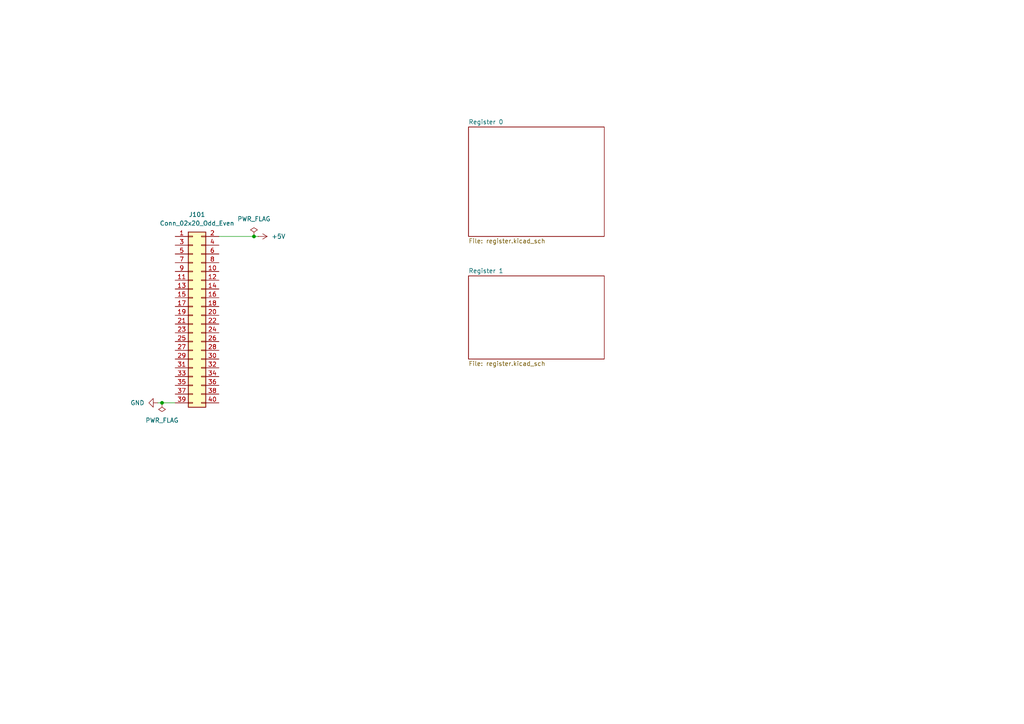
<source format=kicad_sch>
(kicad_sch (version 20231120) (generator "eeschema") (generator_version "8.0")
  (paper "A4")
  (title_block (title "16-bit Register with Reset") (rev "0"))
  (lib_symbols
    (symbol "Connector_Generic:Conn_02x20_Odd_Even" (pin_names (offset 1.016) hide)
      (property "Reference" "J" (at 1.27 25.4 0))
      (property "Value" "Conn_02x20_Odd_Even" (at 1.27 -27.94 0))
      (symbol "Conn_02x20_Odd_Even_1_1"
        (rectangle (start -1.27 -25.273) (end 0 -25.527) (stroke (width 0.1524)))
        (rectangle (start -1.27 -22.733) (end 0 -22.987) (stroke (width 0.1524)))
        (rectangle (start -1.27 -20.193) (end 0 -20.447) (stroke (width 0.1524)))
        (rectangle (start -1.27 -17.653) (end 0 -17.907) (stroke (width 0.1524)))
        (rectangle (start -1.27 -15.113) (end 0 -15.367) (stroke (width 0.1524)))
        (rectangle (start -1.27 -12.573) (end 0 -12.827) (stroke (width 0.1524)))
        (rectangle (start -1.27 -10.033) (end 0 -10.287) (stroke (width 0.1524)))
        (rectangle (start -1.27 -7.493) (end 0 -7.747) (stroke (width 0.1524)))
        (rectangle (start -1.27 -4.953) (end 0 -5.207) (stroke (width 0.1524)))
        (rectangle (start -1.27 -2.413) (end 0 -2.667) (stroke (width 0.1524)))
        (rectangle (start -1.27 0.127) (end 0 -0.127) (stroke (width 0.1524)))
        (rectangle (start -1.27 2.667) (end 0 2.413) (stroke (width 0.1524)))
        (rectangle (start -1.27 5.207) (end 0 4.953) (stroke (width 0.1524)))
        (rectangle (start -1.27 7.747) (end 0 7.493) (stroke (width 0.1524)))
        (rectangle (start -1.27 10.287) (end 0 10.033) (stroke (width 0.1524)))
        (rectangle (start -1.27 12.827) (end 0 12.573) (stroke (width 0.1524)))
        (rectangle (start -1.27 15.367) (end 0 15.113) (stroke (width 0.1524)))
        (rectangle (start -1.27 17.907) (end 0 17.653) (stroke (width 0.1524)))
        (rectangle (start -1.27 20.447) (end 0 20.193) (stroke (width 0.1524)))
        (rectangle (start -1.27 22.987) (end 0 22.733) (stroke (width 0.1524)))
        (rectangle (start -1.27 24.13) (end 3.81 -26.67) (stroke (width 0.254)) (fill (type background)))
        (rectangle (start 3.81 -25.273) (end 2.54 -25.527) (stroke (width 0.1524)))
        (rectangle (start 3.81 -22.733) (end 2.54 -22.987) (stroke (width 0.1524)))
        (rectangle (start 3.81 -20.193) (end 2.54 -20.447) (stroke (width 0.1524)))
        (rectangle (start 3.81 -17.653) (end 2.54 -17.907) (stroke (width 0.1524)))
        (rectangle (start 3.81 -15.113) (end 2.54 -15.367) (stroke (width 0.1524)))
        (rectangle (start 3.81 -12.573) (end 2.54 -12.827) (stroke (width 0.1524)))
        (rectangle (start 3.81 -10.033) (end 2.54 -10.287) (stroke (width 0.1524)))
        (rectangle (start 3.81 -7.493) (end 2.54 -7.747) (stroke (width 0.1524)))
        (rectangle (start 3.81 -4.953) (end 2.54 -5.207) (stroke (width 0.1524)))
        (rectangle (start 3.81 -2.413) (end 2.54 -2.667) (stroke (width 0.1524)))
        (rectangle (start 3.81 0.127) (end 2.54 -0.127) (stroke (width 0.1524)))
        (rectangle (start 3.81 2.667) (end 2.54 2.413) (stroke (width 0.1524)))
        (rectangle (start 3.81 5.207) (end 2.54 4.953) (stroke (width 0.1524)))
        (rectangle (start 3.81 7.747) (end 2.54 7.493) (stroke (width 0.1524)))
        (rectangle (start 3.81 10.287) (end 2.54 10.033) (stroke (width 0.1524)))
        (rectangle (start 3.81 12.827) (end 2.54 12.573) (stroke (width 0.1524)))
        (rectangle (start 3.81 15.367) (end 2.54 15.113) (stroke (width 0.1524)))
        (rectangle (start 3.81 17.907) (end 2.54 17.653) (stroke (width 0.1524)))
        (rectangle (start 3.81 20.447) (end 2.54 20.193) (stroke (width 0.1524)))
        (rectangle (start 3.81 22.987) (end 2.54 22.733) (stroke (width 0.1524)))
        (pin passive line (at -5.08 22.86 0) (length 3.81) (name "Pin_1") (number "1"))
        (pin passive line (at 7.62 12.7 180) (length 3.81) (name "Pin_10") (number "10"))
        (pin passive line (at -5.08 10.16 0) (length 3.81) (name "Pin_11") (number "11"))
        (pin passive line (at 7.62 10.16 180) (length 3.81) (name "Pin_12") (number "12"))
        (pin passive line (at -5.08 7.62 0) (length 3.81) (name "Pin_13") (number "13"))
        (pin passive line (at 7.62 7.62 180) (length 3.81) (name "Pin_14") (number "14"))
        (pin passive line (at -5.08 5.08 0) (length 3.81) (name "Pin_15") (number "15"))
        (pin passive line (at 7.62 5.08 180) (length 3.81) (name "Pin_16") (number "16"))
        (pin passive line (at -5.08 2.54 0) (length 3.81) (name "Pin_17") (number "17"))
        (pin passive line (at 7.62 2.54 180) (length 3.81) (name "Pin_18") (number "18"))
        (pin passive line (at -5.08 0 0) (length 3.81) (name "Pin_19") (number "19"))
        (pin passive line (at 7.62 22.86 180) (length 3.81) (name "Pin_2") (number "2"))
        (pin passive line (at 7.62 0 180) (length 3.81) (name "Pin_20") (number "20"))
        (pin passive line (at -5.08 -2.54 0) (length 3.81) (name "Pin_21") (number "21"))
        (pin passive line (at 7.62 -2.54 180) (length 3.81) (name "Pin_22") (number "22"))
        (pin passive line (at -5.08 -5.08 0) (length 3.81) (name "Pin_23") (number "23"))
        (pin passive line (at 7.62 -5.08 180) (length 3.81) (name "Pin_24") (number "24"))
        (pin passive line (at -5.08 -7.62 0) (length 3.81) (name "Pin_25") (number "25"))
        (pin passive line (at 7.62 -7.62 180) (length 3.81) (name "Pin_26") (number "26"))
        (pin passive line (at -5.08 -10.16 0) (length 3.81) (name "Pin_27") (number "27"))
        (pin passive line (at 7.62 -10.16 180) (length 3.81) (name "Pin_28") (number "28"))
        (pin passive line (at -5.08 -12.7 0) (length 3.81) (name "Pin_29") (number "29"))
        (pin passive line (at -5.08 20.32 0) (length 3.81) (name "Pin_3") (number "3"))
        (pin passive line (at 7.62 -12.7 180) (length 3.81) (name "Pin_30") (number "30"))
        (pin passive line (at -5.08 -15.24 0) (length 3.81) (name "Pin_31") (number "31"))
        (pin passive line (at 7.62 -15.24 180) (length 3.81) (name "Pin_32") (number "32"))
        (pin passive line (at -5.08 -17.78 0) (length 3.81) (name "Pin_33") (number "33"))
        (pin passive line (at 7.62 -17.78 180) (length 3.81) (name "Pin_34") (number "34"))
        (pin passive line (at -5.08 -20.32 0) (length 3.81) (name "Pin_35") (number "35"))
        (pin passive line (at 7.62 -20.32 180) (length 3.81) (name "Pin_36") (number "36"))
        (pin passive line (at -5.08 -22.86 0) (length 3.81) (name "Pin_37") (number "37"))
        (pin passive line (at 7.62 -22.86 180) (length 3.81) (name "Pin_38") (number "38"))
        (pin passive line (at -5.08 -25.4 0) (length 3.81) (name "Pin_39") (number "39"))
        (pin passive line (at 7.62 20.32 180) (length 3.81) (name "Pin_4") (number "4"))
        (pin passive line (at 7.62 -25.4 180) (length 3.81) (name "Pin_40") (number "40"))
        (pin passive line (at -5.08 17.78 0) (length 3.81) (name "Pin_5") (number "5"))
        (pin passive line (at 7.62 17.78 180) (length 3.81) (name "Pin_6") (number "6"))
        (pin passive line (at -5.08 15.24 0) (length 3.81) (name "Pin_7") (number "7"))
        (pin passive line (at 7.62 15.24 180) (length 3.81) (name "Pin_8") (number "8"))
        (pin passive line (at -5.08 12.7 0) (length 3.81) (name "Pin_9") (number "9"))
      )
    )
    (symbol "power:+5V" (power) (pin_numbers hide) (pin_names (offset 0) hide)
      (property "Value" "+5V" (at 0 3.556 0))
      (symbol "+5V_0_1"
        (polyline (pts (xy -0.762 1.27) (xy 0 2.54)))
        (polyline (pts (xy 0 0) (xy 0 2.54)))
        (polyline (pts (xy 0 2.54) (xy 0.762 1.27)))
      )
      (symbol "+5V_1_1"
        (pin power_in line (at 0 0 90) (length 0) (name "~") (number "1"))
      )
    )
    (symbol "power:GND" (power) (pin_numbers hide) (pin_names (offset 0) hide)
      (property "Value" "GND" (at 0 -3.81 0))
      (symbol "GND_0_1"
        (polyline (pts (xy 0 0) (xy 0 -1.27) (xy 1.27 -1.27) (xy 0 -2.54) (xy -1.27 -1.27) (xy 0 -1.27)))
      )
      (symbol "GND_1_1"
        (pin power_in line (at 0 0 270) (length 0) (name "~") (number "1"))
      )
    )
    (symbol "power:PWR_FLAG" (power) (pin_numbers hide) (pin_names (offset 0) hide)
      (property "Value" "PWR_FLAG" (at 0 3.81 0))
      (symbol "PWR_FLAG_0_0"
        (pin power_out line (at 0 0 90) (length 0) (name "~") (number "1"))
      )
      (symbol "PWR_FLAG_0_1"
        (polyline (pts (xy 0 0) (xy 0 1.27) (xy -1.016 1.905) (xy 0 2.54) (xy 1.016 1.905) (xy 0 1.27)))
      )
    )
  )
  (junction (at 73.66 68.58))
  (junction (at 46.99 116.84))
  (wire (pts (xy 45.72 116.84) (xy 46.99 116.84)))
  (wire (pts (xy 46.99 116.84) (xy 50.8 116.84)))
  (wire (pts (xy 63.5 68.58) (xy 73.66 68.58)))
  (wire (pts (xy 73.66 68.58) (xy 74.93 68.58)))
  (symbol (lib_id "Connector_Generic:Conn_02x20_Odd_Even") (at 55.88 91.44 0) (unit 1)
    (property "Reference" "J101" (at 57.15 62.23 0))
    (property "Value" "Conn_02x20_Odd_Even" (at 57.15 64.77 0))
    (property "Footprint" "Connector_IDC:IDC-Header_2x20_P2.54mm_Vertical" (effects (hide yes)))
    (property "Description" "Generic connector, double row, 02x20, odd/even pin numbering scheme (row 1 odd numbers, row 2 even numbers), script generated (kicad-library-utils/schlib/autogen/connector/)" (effects (hide yes)))
  )
  (symbol (lib_id "power:GND") (at 45.72 116.84 270) (unit 1)
    (property "Reference" "#PWR0101" (effects (hide yes)))
    (property "Value" "GND" (at 41.91 116.8399 90) (effects (justify right)))
    (property "Description" "Power symbol creates a global label with name \"GND\" , ground" (effects (hide yes)))
  )
  (symbol (lib_id "power:PWR_FLAG") (at 46.99 116.84 180) (unit 1)
    (property "Reference" "#FLG0101" (effects (hide yes)))
    (property "Value" "PWR_FLAG" (at 46.99 121.92 0))
    (property "Description" "Special symbol for telling ERC where power comes from" (effects (hide yes)))
  )
  (symbol (lib_id "power:PWR_FLAG") (at 73.66 68.58 0) (unit 1)
    (property "Reference" "#FLG0102" (effects (hide yes)))
    (property "Value" "PWR_FLAG" (at 73.66 63.5 0))
    (property "Description" "Special symbol for telling ERC where power comes from" (effects (hide yes)))
  )
  (symbol (lib_id "power:+5V") (at 74.93 68.58 270) (unit 1)
    (property "Reference" "#PWR0102" (effects (hide yes)))
    (property "Value" "+5V" (at 78.74 68.5799 90) (effects (justify left)))
    (property "Description" "Power symbol creates a global label with name \"+5V\"" (effects (hide yes)))
  )
  (sheet (at 135.89 80.01) (size 39.37 24.13) (stroke (width 0.1524))
    (property "Sheetname" "Register 1" (at 135.89 79.2984 0) (effects (justify left bottom)))
    (property "Sheetfile" "register.kicad_sch" (at 135.89 104.7246 0) (effects (justify left top)))
  )
  (sheet (at 135.89 36.83) (size 39.37 31.75) (stroke (width 0.1524))
    (property "Sheetname" "Register 0" (at 135.89 36.1184 0) (effects (justify left bottom)))
    (property "Sheetfile" "register.kicad_sch" (at 135.89 69.1646 0) (effects (justify left top)))
  )
)
</source>
